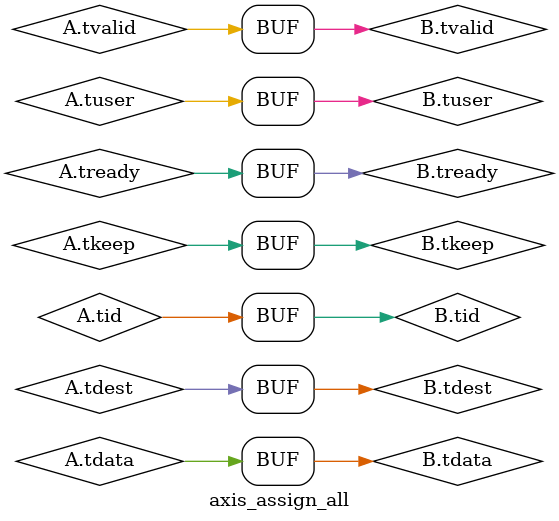
<source format=sv>

interface axis_intfc
#(
    //Width parameters for various AXI Signals
    parameter AXI_DATA_WIDTH = 64,
    parameter AXI_ID_WIDTH = 1,
    parameter AXI_DEST_WIDTH = 1,
    parameter AXI_USER_WIDTH = 1,
)
(
    //The clock and reset the AXI interface is synchronous to
    input wire aclk,
    input wire aresetn
);
    //Interface Signals
    logic [AXI_DATA_WIDTH-1:0]     tdata; //no default value
    logic [(AXI_DATA_WIDTH/8)-1:0] tkeep; //default value = '1
    logic [AXI_ID_WIDTH-1:0]       tid;
    logic [AXI_DEST_WIDTH-1:0]     tdest;
    logic [AXI_USER_WIDTH-1:0]     tuser;
    logic                          tvalid;
    logic                          tready;

    //Master modport
    modport master
    (
        output tdata,tkeep,tid,tdest,tuser,tvalid,
        input tready,aclk,aresetn
    );

    //Slave modport
    modport slave
    (
        output tready,
        input tdata,tkeep,tid,tdest,tuser,tvalid,aclk,aresetn
    );

    //Monitor signals modport
    modport monitor 
    (
        input tdata,tkeep,tid,tdest,tuser,tvalid,tready,aclk,aresetn
    );
    
endinterface



//Modules used to assign interfaces in pass-through scenarios (avoiding boiler-plate assignment each time)
module axis_assign_all (axis_intf.master A, axis_intfc.slave B);
    assign A.tdata = B.tdata;
    assign A.tkeep = B.tkeep;
    assign A.tid = B.tid;
    assign A.tdest = B.tdest;
    assign A.tuser = B.tuser;
    assign A.tvalid = B.tvalid;
    assign B.tready = A.tready;
endmodule

</source>
